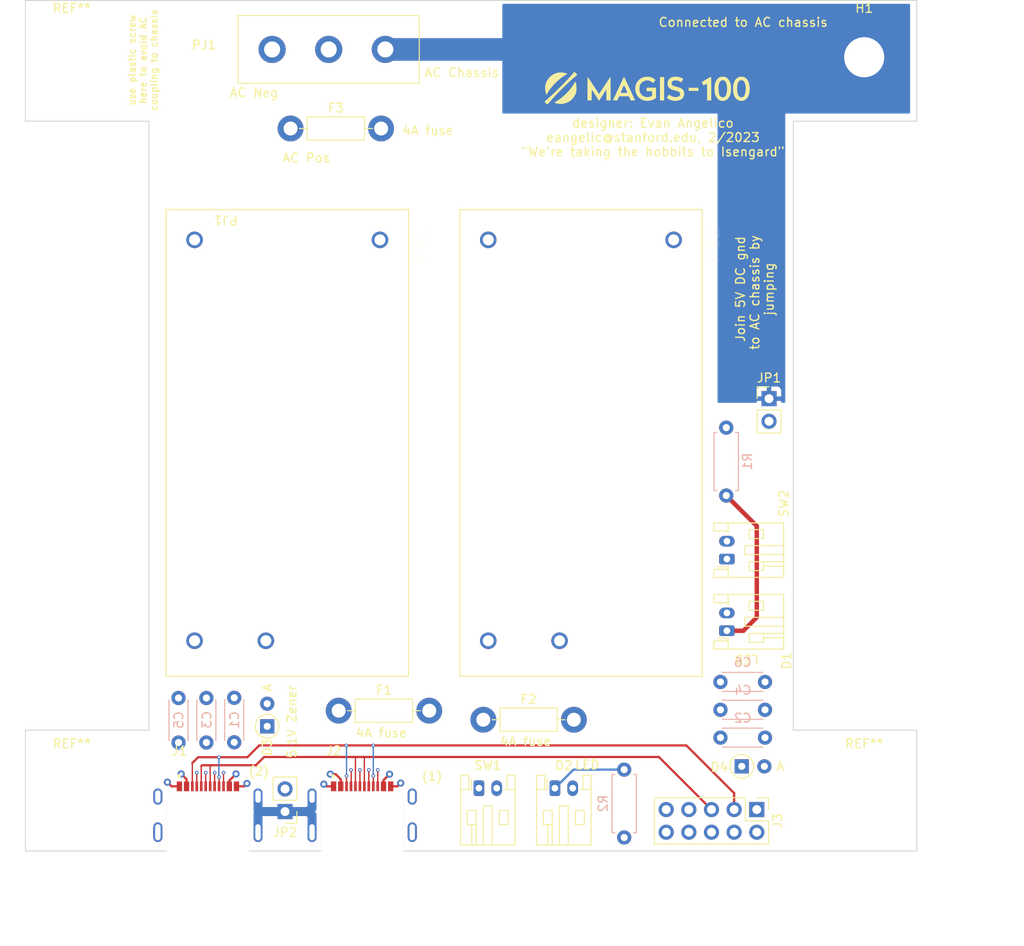
<source format=kicad_pcb>
(kicad_pcb (version 20211014) (generator pcbnew)
  (layers (0 "F.Cu" power) (1 "In1.Cu" signal) (2 "In2.Cu" signal) (31 "B.Cu" power) (34 "B.Paste" user) (35 "F.Paste" user) (36 "B.SilkS" user "B.Silkscreen") (37 "F.SilkS" user "F.Silkscreen") (38 "B.Mask" user) (39 "F.Mask" user) (44 "Edge.Cuts" user))
  (net 0 "")
  (net 1 "Net-(D1-Pad1)")
  (net 2 "Net-(F1-Pad2)")
  (net 3 "Net-(D2-Pad1)")
  (net 4 "Net-(F2-Pad2)")
  (net 5 "Net-(F1-Pad1)")
  (net 6 "Net-(F2-Pad1)")
  (net 7 "Net-(F3-Pad1)")
  (net 8 "ac_pos")
  (net 9 "Teensy_Power")
  (net 10 "/rpi_scl")
  (net 11 "/rpi_sda")
  (net 12 "ac_chassis")
  (net 14 "RPi_Power")
  (net 15 "RPi_Gnd")
  (net 19 "ac_neg")
  (net 20 "usb_shield")
  (footprint "Connector_JST:JST_PH_S2B-PH-K_1x02_P2.00mm_Horizontal" (layer "F.Cu") (at 121.65 123.85)
    (fp_text reference "D2")
    (fp_text value "LED")
  )
  (footprint "teensy:MOLEX_2169900003" (layer "F.Cu") (at 82.725 128.7925)
    (fp_text reference "J1")
    (fp_text value "2169900003")
    (fp_line (start 4.62 2.1) (end 4.62 -4.6) (layer "Edge.Cuts") (width 0.01))
    (fp_line (start -4.62 2.1) (end -4.62 -4.6) (layer "Edge.Cuts") (width 0.01))
    (fp_line (start -3.80038 -4.6) (end 3.80038 -4.6) (layer "Edge.Cuts") (width 0.01))
    (fp_arc (start -4.62 -4.6) (mid -4.397645 -4.889779) (end -4.060191 -4.75) (layer "Edge.Cuts") (width 0.01))
    (fp_arc (start 4.06019 -4.75) (mid 4.397645 -4.88978) (end 4.62 -4.600001) (layer "Edge.Cuts") (width 0.01))
    (fp_arc (start 4.06019 -4.75) (mid 3.95038 -4.640198) (end 3.80038 -4.6) (layer "Edge.Cuts") (width 0.01))
    (fp_arc (start -3.80038 -4.6) (mid -3.950382 -4.640191) (end -4.060191 -4.75) (layer "Edge.Cuts") (width 0.01))
  )
  (footprint "Connector_PinHeader_2.54mm:PinHeader_1x02_P2.54mm_Vertical" (layer "F.Cu") (at 91.375 126.475 180)
    (fp_text reference "JP2")
    (fp_text value "Jumper_NO_Small")
  )
  (footprint "teensy:MOLEX_2169900003" (layer "F.Cu") (at 100.025 128.7925)
    (fp_text reference "J2")
    (fp_text value "2169900003")
    (fp_line (start 4.62 2.1) (end 4.62 -4.6) (layer "Edge.Cuts") (width 0.01))
    (fp_line (start -3.80038 -4.6) (end 3.80038 -4.6) (layer "Edge.Cuts") (width 0.01))
    (fp_line (start -4.62 2.1) (end -4.62 -4.6) (layer "Edge.Cuts") (width 0.01))
    (fp_arc (start 4.06019 -4.75) (mid 4.397645 -4.88978) (end 4.62 -4.600001) (layer "Edge.Cuts") (width 0.01))
    (fp_arc (start -4.62 -4.6) (mid -4.397645 -4.889779) (end -4.060191 -4.75) (layer "Edge.Cuts") (width 0.01))
    (fp_arc (start -3.80038 -4.6) (mid -3.950382 -4.640191) (end -4.060191 -4.75) (layer "Edge.Cuts") (width 0.01))
    (fp_arc (start 4.06019 -4.75) (mid 3.95038 -4.640198) (end 3.80038 -4.6) (layer "Edge.Cuts") (width 0.01))
  )
  (footprint "Connector_PinHeader_2.54mm:PinHeader_1x02_P2.54mm_Vertical" (layer "F.Cu") (at 145.675 80.125)
    (fp_text reference "JP1")
    (fp_text value "Jumper_NO_Small")
  )
  (footprint "Diode_THT:D_DO-35_SOD27_P2.54mm_Vertical_AnodeUp" (layer "F.Cu") (at 89.375 116.906815 90)
    (fp_text reference "D3")
    (fp_text value "5.1V Zener")
  )
  (footprint "teensy:LittleFuseHolder" (layer "F.Cu") (at 113.62 116.1675)
    (fp_text reference "F2")
    (fp_text value "4A Fuse ")
  )
  (footprint "teensy:ACDC5V" (layer "F.Cu") (at 124.575 85.1 -90)
    (fp_text reference "PS2")
    (fp_text value "IRM-20-5")
  )
  (footprint "Connector_JST:JST_PH_S2B-PH-K_1x02_P2.00mm_Horizontal" (layer "F.Cu") (at 113.125 123.85)
    (fp_text reference "SW1")
    (fp_text value "SW_SPST")
  )
  (footprint "Connector_Molex:Molex_MLX42002_3" (layer "F.Cu") (at 96.275 40.925 180)
    (fp_text reference "PJ1")
    (fp_text value "1723101103")
  )
  (footprint "Connector_JST:JST_PH_S2B-PH-K_1x02_P2.00mm_Horizontal" (layer "F.Cu") (at 140.95 98.125 90)
    (fp_text reference "SW2")
    (fp_text value "SW_SPST")
  )
  (footprint "MountingHole:MountingHole_4.5mm" (layer "F.Cu") (at 67.449979 41.799993)
    (fp_text reference "REF**")
    (fp_text value "MountingHole_4.5mm")
  )
  (footprint "Connector_PinHeader_2.54mm:PinHeader_2x05_P2.54mm_Vertical" (layer "F.Cu") (at 144.3 126.25 -90)
    (fp_text reference "J3")
    (fp_text value "Conn_02x05_Odd_Even")
  )
  (footprint "MountingHole:MountingHole_4.5mm_Pad" (layer "F.Cu") (at 156.350005 41.799993)
    (fp_text reference "H1")
    (fp_text value "MountingHole_Pad")
  )
  (footprint "Connector_JST:JST_PH_S2B-PH-K_1x02_P2.00mm_Horizontal" (layer "F.Cu") (at 140.95 106.175 90)
    (fp_text reference "D1")
    (fp_text value "LED")
  )
  (footprint "teensy:ACDC5V" (layer "F.Cu") (at 91.625 85.1 -90)
    (fp_text reference "PS1")
    (fp_text value "IRM-20-5")
  )
  (footprint "teensy:LittleFuseHolder" (layer "F.Cu") (at 97.395 115.15)
    (fp_text reference "F1")
    (fp_text value "4A Fuse ")
  )
  (footprint "Diode_THT:D_DO-35_SOD27_P2.54mm_Vertical_AnodeUp" (layer "F.Cu") (at 142.610686 121.4)
    (fp_text reference "D4")
    (fp_text value "5.1V Zener")
  )
  (footprint "logos:magis-logo-1inch" (layer "F.Cu") (at 132 45.275)
    (fp_text reference "G***" hide)
    (fp_text value "LOGO" hide)
  )
  (footprint "MountingHole:MountingHole_4.5mm" (layer "F.Cu") (at 156.35 124.35)
    (fp_text reference "REF**")
    (fp_text value "MountingHole_4.5mm")
  )
  (footprint "teensy:LittleFuseHolder" (layer "F.Cu") (at 91.995 49.8)
    (fp_text reference "F3")
    (fp_text value "4A Fuse")
  )
  (footprint "MountingHole:MountingHole_4.5mm" (layer "F.Cu") (at 67.449988 124.350005)
    (fp_text reference "REF**")
    (fp_text value "MountingHole_4.5mm")
  )
  (footprint "Capacitor_THT:C_Disc_D4.3mm_W1.9mm_P5.00mm" (layer "B.Cu") (at 85.675 113.7 -90)
    (fp_text reference "C1")
    (fp_text value "1uF")
  )
  (footprint "Resistor_THT:R_Axial_DIN0207_L6.3mm_D2.5mm_P7.62mm_Horizontal" (layer "B.Cu") (at 129.425 121.765 -90)
    (fp_text reference "R2")
    (fp_text value "0")
  )
  (footprint "Capacitor_THT:C_Disc_D4.3mm_W1.9mm_P5.00mm" (layer "B.Cu") (at 145.225 111.925 180)
    (fp_text reference "C6")
    (fp_text value "10 nF")
  )
  (footprint "Capacitor_THT:C_Disc_D4.3mm_W1.9mm_P5.00mm" (layer "B.Cu") (at 145.225 118.175 180)
    (fp_text reference "C2")
    (fp_text value "1uF")
  )
  (footprint "Resistor_THT:R_Axial_DIN0207_L6.3mm_D2.5mm_P7.62mm_Horizontal" (layer "B.Cu") (at 140.875 91 90)
    (fp_text reference "R1")
    (fp_text value "0")
  )
  (footprint "Capacitor_THT:C_Disc_D4.3mm_W1.9mm_P5.00mm" (layer "B.Cu") (at 145.225 115.05 180)
    (fp_text reference "C4")
    (fp_text value "100 nF")
  )
  (footprint "Capacitor_THT:C_Disc_D4.3mm_W1.9mm_P5.00mm" (layer "B.Cu") (at 79.425 113.725 -90)
    (fp_text reference "C5")
    (fp_text value "10 nF")
  )
  (footprint "Capacitor_THT:C_Disc_D4.3mm_W1.9mm_P5.00mm" (layer "B.Cu") (at 82.55 113.725 -90)
    (fp_text reference "C3")
    (fp_text value "100 nF")
  )
  (gr_line (start 148.4 48.975) (end 162.25 48.975) (layer "Edge.Cuts") (width 0.1))
  (gr_line (start 76.1 117.3425) (end 62.25 117.3425) (layer "Edge.Cuts") (width 0.1))
  (gr_line (start 78.105 130.8925) (end 62.25 130.8925) (layer "Edge.Cuts") (width 0.1))
  (gr_line (start 76.1 48.975) (end 62.25 48.975) (layer "Edge.Cuts") (width 0.1))
  (gr_line (start 148.4 35.425) (end 76.1 35.425) (layer "Edge.Cuts") (width 0.1))
  (gr_line (start 148.4 48.975) (end 148.4 48.975) (layer "Edge.Cuts") (width 0.1))
  (gr_line (start 162.25 118.0175) (end 162.25 117.3425) (layer "Edge.Cuts") (width 0.1))
  (gr_line (start 162.25 36.1) (end 162.25 35.425) (layer "Edge.Cuts") (width 0.1))
  (gr_line (start 148.4 35.425) (end 162.25 35.425) (layer "Edge.Cuts") (width 0.1))
  (gr_line (start 148.4 48.975) (end 148.4 48.975) (layer "Edge.Cuts") (width 0.1))
  (gr_line (start 62.25 48.3) (end 62.25 48.975) (layer "Edge.Cuts") (width 0.1))
  (gr_line (start 62.25 117.3425) (end 62.25 130.2175) (layer "Edge.Cuts") (width 0.1))
  (gr_line (start 62.25 130.2175) (end 62.25 130.8925) (layer "Edge.Cuts") (width 0.1))
  (gr_line (start 162.25 48.975) (end 162.25 36.1) (layer "Edge.Cuts") (width 0.1))
  (gr_line (start 148.4 130.8925) (end 162.25 130.8925) (layer "Edge.Cuts") (width 0.1))
  (gr_line (start 104.645 130.8925) (end 148.4 130.8925) (layer "Edge.Cuts") (width 0.1))
  (gr_line (start 76.1 48.975) (end 76.1 117.35) (layer "Edge.Cuts") (width 0.1))
  (gr_line (start 148.4 117.3425) (end 162.25 117.3425) (layer "Edge.Cuts") (width 0.1))
  (gr_line (start 76.1 35.425) (end 62.25 35.425) (layer "Edge.Cuts") (width 0.1))
  (gr_line (start 162.25 130.8925) (end 162.25 118.0175) (layer "Edge.Cuts") (width 0.1))
  (gr_line (start 87.345 130.8925) (end 95.405 130.8925) (layer "Edge.Cuts") (width 0.1))
  (gr_line (start 62.25 35.425) (end 62.25 48.3) (layer "Edge.Cuts") (width 0.1))
  (gr_line (start 148.4 117.35) (end 148.4 48.975) (layer "Edge.Cuts") (width 0.1))
  (gr_text "AC Chassis\n" (at 111.2 43.525) (layer "F.SilkS") (effects (font (size 1 1))))
  (gr_text "LED" (at 125.275 121.225) (layer "F.SilkS") (effects (font (size 1 1))))
  (gr_text "use plastic screw\nhere to avoid AC\ncoupling to chassis" (at 75.449989 42.125011 90) (layer "F.SilkS") (effects (font (size 0.762 0.762))))
  (gr_text "4A fuse" (at 102.175 117.625) (layer "F.SilkS") (effects (font (size 1 1))))
  (gr_text "designer: Evan Angelico\neangelic@stanford.edu, 2/2023\n{dblquote}We're taking the hobbits to Isengard{dblquote}" (at 132.65 50.8) (layer "F.SilkS") (effects (font (size 1 1))))
  (gr_text "(2) " (at 88.825 121.95) (layer "F.SilkS") (effects (font (size 1 1))))
  (gr_text "PJ1" (at 82.275 40.425) (layer "F.SilkS") (effects (font (size 1 1))))
  (gr_text "5.1V Zener" (at 92.15 116.375 90) (layer "F.SilkS") (effects (font (size 1 1))))
  (gr_text "LED" (at 143.175 109.375 180) (layer "F.SilkS") (effects (font (size 1 1))))
  (gr_text "4A fuse" (at 118.375 118.575) (layer "F.SilkS") (effects (font (size 1 1))))
  (gr_text "Join 5V DC gnd\nto AC chassis by \njumping" (at 144.075 67.825 90) (layer "F.SilkS") (effects (font (size 1 1))))
  (gr_text "(1) " (at 108.25 122.525) (layer "F.SilkS") (effects (font (size 1 1))))
  (gr_text "AC Neg" (at 87.9 45.775) (layer "F.SilkS") (effects (font (size 1 1))))
  (gr_text "AC Pos" (at 93.75 53.1) (layer "F.SilkS") (effects (font (size 1 1))))
  (gr_text "Connected to AC chassis" (at 142.775 37.875) (layer "F.SilkS") (effects (font (size 1 1))))
  (gr_text "4A fuse" (at 107.4 50.025) (layer "F.SilkS") (effects (font (size 1 1))))
  (segment (start 142.8 106.175) (end 144.3 104.675) (width 0.5) (layer "F.Cu") (net 1))
  (segment (start 144.3 94.425) (end 140.875 91) (width 0.5) (layer "F.Cu") (net 1))
  (segment (start 140.95 106.175) (end 142.8 106.175) (width 0.5) (layer "F.Cu") (net 1))
  (segment (start 144.3 104.675) (end 144.3 94.425) (width 0.5) (layer "F.Cu") (net 1))
  (segment (start 121.65 123.85) (end 123.735 121.765) (width 0.25) (layer "B.Cu") (net 3))
  (segment (start 123.735 121.765) (end 129.425 121.765) (width 0.25) (layer "B.Cu") (net 3))
  (segment (start 80.325 123.6425) (end 80.325 122.85) (width 0.25) (layer "F.Cu") (net 9))
  (segment (start 97.625 123.6425) (end 97.625 122.8425) (width 0.25) (layer "F.Cu") (net 9))
  (segment (start 102.425 122.95) (end 103.1 122.275) (width 0.25) (layer "F.Cu") (net 9))
  (segment (start 102.425 123.6425) (end 102.425 122.95) (width 0.25) (layer "F.Cu") (net 9))
  (segment (start 85.125 122.99998) (end 85.875 122.24998) (width 0.25) (layer "F.Cu") (net 9))
  (segment (start 85.125 123.6425) (end 85.125 122.99998) (width 0.25) (layer "F.Cu") (net 9))
  (segment (start 97.0575 122.275) (end 96.45 122.275) (width 0.25) (layer "F.Cu") (net 9))
  (segment (start 80.325 122.85) (end 79.725 122.25) (width 0.25) (layer "F.Cu") (net 9))
  (segment (start 97.625 122.8425) (end 97.0575 122.275) (width 0.25) (layer "F.Cu") (net 9))
  (via (at 96.45 122.275) (size 0.8) (drill 0.4) (layers "F.Cu" "B.Cu") (net 9))
  (via (at 85.875 122.24998) (size 0.8) (drill 0.4) (layers "F.Cu" "B.Cu") (net 9))
  (via (at 79.725 122.25) (size 0.8) (drill 0.4) (layers "F.Cu" "B.Cu") (net 9))
  (via (at 103.1 122.275) (size 0.8) (drill 0.4) (layers "F.Cu" "B.Cu") (net 9))
  (segment (start 100.275 120.4) (end 100.225 120.35) (width 0.25) (layer "F.Cu") (net 10))
  (segment (start 82.975 121.35) (end 83.05 121.275) (width 0.25) (layer "F.Cu") (net 10))
  (segment (start 89.025 120.35) (end 88.1 121.275) (width 0.25) (layer "F.Cu") (net 10))
  (segment (start 81.975 121.375) (end 82.075 121.275) (width 0.25) (layer "F.Cu") (net 10))
  (segment (start 100.275 123.6425) (end 100.275 120.4) (width 0.15) (layer "F.Cu") (net 10))
  (segment (start 82.075 121.275) (end 83.05 121.275) (width 0.25) (layer "F.Cu") (net 10))
  (segment (start 82.975 123.6425) (end 82.975 121.35) (width 0.15) (layer "F.Cu") (net 10))
  (segment (start 99.275 120.375) (end 99.25 120.35) (width 0.2) (layer "F.Cu") (net 10))
  (segment (start 88.1 121.275) (end 83.05 121.275) (width 0.25) (layer "F.Cu") (net 10))
  (segment (start 139.22 126.25) (end 133.32 120.35) (width 0.25) (layer "F.Cu") (net 10))
  (segment (start 99.275 123.6425) (end 99.275 120.375) (width 0.15) (layer "F.Cu") (net 10))
  (segment (start 99.25 120.35) (end 89.025 120.35) (width 0.25) (layer "F.Cu") (net 10))
  (segment (start 100.225 120.35) (end 99.25 120.35) (width 0.25) (layer "F.Cu") (net 10))
  (segment (start 81.975 123.6425) (end 81.975 121.375) (width 0.15) (layer "F.Cu") (net 10))
  (segment (start 133.32 120.35) (end 100.225 120.35) (width 0.25) (layer "F.Cu") (net 10))
  (segment (start 81.625 120.375) (end 83.95 120.375) (width 0.25) (layer "F.Cu") (net 11))
  (segment (start 87.15 120.375) (end 83.95 120.375) (width 0.25) (layer "F.Cu") (net 11))
  (segment (start 83.975 123.6425) (end 83.975 122.6) (width 0.15) (layer "F.Cu") (net 11))
  (segment (start 140.175 122.825) (end 136.4 119.05) (width 0.25) (layer "F.Cu") (net 11))
  (segment (start 136.4 119.05) (end 101.275 119.05) (width 0.25) (layer "F.Cu") (net 11))
  (segment (start 98.275 123.6425) (end 98.275 122.475) (width 0.15) (layer "F.Cu") (net 11))
  (segment (start 88.475 119.05) (end 87.15 120.375) (width 0.25) (layer "F.Cu") (net 11))
  (segment (start 141.76 126.25) (end 141.76 124.41) (width 0.25) (layer "F.Cu") (net 11))
  (segment (start 101.275 123.6425) (end 101.275 122.475) (width 0.15) (layer "F.Cu") (net 11))
  (segment (start 98.25 119.05) (end 88.475 119.05) (width 0.25) (layer "F.Cu") (net 11))
  (segment (start 101.275 119.05) (end 98.25 119.05) (width 0.25) (layer "F.Cu") (net 11))
  (segment (start 80.975 123.6425) (end 80.975 121.025) (width 0.15) (layer "F.Cu") (net 11))
  (segment (start 141.76 124.41) (end 140.175 122.825) (width 0.25) (layer "F.Cu") (net 11))
  (segment (start 80.975 121.025) (end 81.625 120.375) (width 0.25) (layer "F.Cu") (net 11))
  (via (at 83.975 122.6) (size 0.4) (drill 0.2032) (layers "F.Cu" "B.Cu") (net 11))
  (via (at 98.25 119.05) (size 0.4) (drill 0.2032) (layers "F.Cu" "B.Cu") (net 11))
  (via (at 101.275 122.475) (size 0.4) (drill 0.2032) (layers "F.Cu" "B.Cu") (net 11))
  (via (at 101.275 119.05) (size 0.4) (drill 0.2032) (layers "F.Cu" "B.Cu") (net 11))
  (via (at 98.275 122.475) (size 0.4) (drill 0.2032) (layers "F.Cu" "B.Cu") (net 11))
  (via (at 83.95 120.375) (size 0.4) (drill 0.2032) (layers "F.Cu" "B.Cu") (net 11))
  (segment (start 98.275 119.075) (end 98.25 119.05) (width 0.15) (layer "B.Cu") (net 11))
  (segment (start 101.275 122.475) (end 101.275 119.05) (width 0.15) (layer "B.Cu") (net 11))
  (segment (start 98.275 122.475) (end 98.275 119.075) (width 0.15) (layer "B.Cu") (net 11))
  (segment (start 83.975 120.4) (end 83.95 120.375) (width 0.25) (layer "B.Cu") (net 11))
  (segment (start 83.975 122.6) (end 83.95 122.575) (width 0.15) (layer "B.Cu") (net 11))
  (segment (start 83.95 122.575) (end 83.95 120.375) (width 0.15) (layer "B.Cu") (net 11))
  (segment (start 116.775 40.925) (end 116.9 40.8) (width 2.54) (layer "B.Cu") (net 12))
  (segment (start 102.625 40.925) (end 116.775 40.925) (width 2.54) (layer "B.Cu") (net 12))
  (segment (start 86.7825 123.6425) (end 87.1 123.325) (width 0.25) (layer "F.Cu") (net 15))
  (segment (start 103.9825 123.6425) (end 104.35 123.275) (width 0.25) (layer "F.Cu") (net 15))
  (segment (start 100.775 123.6425) (end 100.775 121.8) (width 0.15) (layer "F.Cu") (net 15))
  (segment (start 99.775 123.6425) (end 99.775 121.8) (width 0.15) (layer "F.Cu") (net 15))
  (segment (start 78.642513 123.6425) (end 78.175002 123.174989) (width 0.25) (layer "F.Cu") (net 15))
  (segment (start 82.475 123.6425) (end 82.475 122.3) (width 0.15) (layer "F.Cu") (net 15))
  (segment (start 96.825 123.6425) (end 95.9675 123.6425) (width 0.25) (layer "F.Cu") (net 15))
  (segment (start 81.475 123.6425) (end 81.475 122.3) (width 0.15) (layer "F.Cu") (net 15))
  (segment (start 98.799511 121.824511) (end 98.775 121.8) (width 0.25) (layer "F.Cu") (net 15))
  (segment (start 98.799511 123.617989) (end 98.799511 121.824511) (width 0.15) (layer "F.Cu") (net 15))
  (segment (start 83.475 123.6425) (end 83.475 122.3) (width 0.15) (layer "F.Cu") (net 15))
  (segment (start 95.9675 123.6425) (end 95.725 123.4) (width 0.25) (layer "F.Cu") (net 15))
  (segment (start 85.925 123.6425) (end 86.7825 123.6425) (width 0.25) (layer "F.Cu") (net 15))
  (segment (start 84.475 123.6425) (end 84.475 122.3) (width 0.15) (layer "F.Cu") (net 15))
  (segment (start 98.775 123.6425) (end 98.799511 123.617989) (width 0.25) (layer "F.Cu") (net 15))
  (segment (start 101.775 123.6425) (end 101.775 121.8) (width 0.15) (layer "F.Cu") (net 15))
  (segment (start 79.525 123.6425) (end 78.642513 123.6425) (width 0.25) (layer "F.Cu") (net 15))
  (segment (start 103.225 123.6425) (end 103.9825 123.6425) (width 0.25) (layer "F.Cu") (net 15))
  (via (at 84.475 122.1) (size 0.4) (drill 0.2032) (layers "F.Cu" "B.Cu") (net 15))
  (via (at 87.1 123.325) (size 0.8) (drill 0.4) (layers "F.Cu" "B.Cu") (net 15))
  (via (at 99.775 121.8) (size 0.4) (drill 0.2032) (layers "F.Cu" "B.Cu") (net 15))
  (via (at 104.35 123.275) (size 0.8) (drill 0.4) (layers "F.Cu" "B.Cu") (net 15))
  (via (at 78.175002 123.174989) (size 0.8) (drill 0.4) (layers "F.Cu" "B.Cu") (net 15))
  (via (at 98.775 121.8) (size 0.4) (drill 0.2032) (layers "F.Cu" "B.Cu") (net 15))
  (via (at 95.725 123.4) (size 0.8) (drill 0.4) (layers "F.Cu" "B.Cu") (net 15))
  (via (at 101.775 121.8) (size 0.4) (drill 0.2032) (layers "F.Cu" "B.Cu") (net 15))
  (via (at 100.775 121.8) (size 0.4) (drill 0.2032) (layers "F.Cu" "B.Cu") (net 15))
  (via (at 83.475 122.1) (size 0.4) (drill 0.2032) (layers "F.Cu" "B.Cu") (net 15))
  (via (at 82.475 122.1) (size 0.4) (drill 0.2032) (layers "F.Cu" "B.Cu") (net 15))
  (via (at 81.475 122.1) (size 0.4) (drill 0.2032) (layers "F.Cu" "B.Cu") (net 15))
  (segment (start 94.405 124.7925) (end 94.405 126.07) (width 1.016) (layer "B.Cu") (net 20))
  (segment (start 88.345 128.7925) (end 88.345 126.755) (width 1.016) (layer "B.Cu") (net 20))
  (segment (start 94 126.475) (end 91.375 126.475) (width 1.016) (layer "B.Cu") (net 20))
  (segment (start 94.405 126.88) (end 94 126.475) (width 1.016) (layer "B.Cu") (net 20))
  (segment (start 94.405 126.07) (end 94 126.475) (width 1.016) (layer "B.Cu") (net 20))
  (segment (start 88.345 126.245) (end 88.6 126.5) (width 1.016) (layer "B.Cu") (net 20))
  (segment (start 94.405 128.7925) (end 94.405 126.88) (width 1.016) (layer "B.Cu") (net 20))
  (segment (start 88.345 126.755) (end 88.625 126.475) (width 1.016) (layer "B.Cu") (net 20))
  (segment (start 88.625 126.475) (end 91.375 126.475) (width 1.016) (layer "B.Cu") (net 20))
  (segment (start 88.6 126.5) (end 88.625 126.475) (width 1.016) (layer "B.Cu") (net 20))
  (segment (start 88.345 124.7925) (end 88.345 126.245) (width 1.016) (layer "B.Cu") (net 20))
  (zone (net 12) (net_name "ac_chassis") (layer "B.Cu") (connect_pads yes (clearance 0.381)) (min_thickness 0.254) (fill yes (thermal_gap 0.508) (thermal_bridge_width 0.508))
    (polygon (pts (xy 161.5 48.125) (xy 115.75 48.125) (xy 115.75 36.925) (xy 115.75 35.775) (xy 161.5 35.75)))
  )
  (zone (net 12) (net_name "ac_chassis") (layer "B.Cu") (connect_pads (clearance 0.381)) (min_thickness 0.254) (fill yes (thermal_gap 0.508) (thermal_bridge_width 0.508))
    (polygon (pts (xy 147.5 80.6) (xy 139.9 80.6) (xy 139.9 47.175) (xy 147.5 47.175)))
  )
)
</source>
